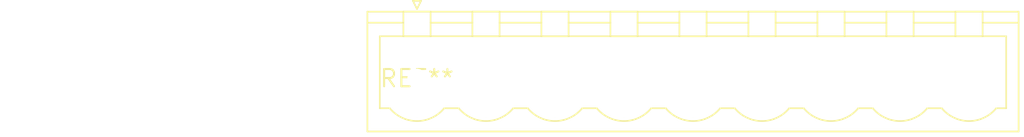
<source format=kicad_pcb>
(kicad_pcb (version 20240108) (generator pcbnew)
  (layers (0 "F.Cu" signal) (31 "B.Cu" signal) (34 "B.Paste" user) (35 "F.Paste" user) (36 "B.SilkS" user "B.Silkscreen") (37 "F.SilkS" user "F.Silkscreen") (38 "B.Mask" user) (39 "F.Mask" user) (44 "Edge.Cuts" user))
  (net 0 "")
  (footprint "PhoenixContact_MSTBVA_2,5_9-G-5,08_1x09_P5.08mm_Vertical" (layer "F.Cu") (at 0 0)
    (property "Reference" "REF**")
    (property "Value" "PhoenixContact_MSTBVA_2,5_9-G-5,08_1x09_P5.08mm_Vertical")
    (fp_line (start -3.65 -4.91) (end -3.65 3.91) (layer "F.SilkS") (stroke (width 0.12)))
    (fp_line (start -3.65 -4.1) (end -1.11 -4.1) (layer "F.SilkS") (stroke (width 0.12)))
    (fp_line (start -3.65 3.91) (end 44.29 3.91) (layer "F.SilkS") (stroke (width 0.12)))
    (fp_line (start -2.74 -3.1) (end 43.38 -3.1) (layer "F.SilkS") (stroke (width 0.12)))
    (fp_line (start -2.74 2.2) (end -2.74 -3.1) (layer "F.SilkS") (stroke (width 0.12)))
    (fp_line (start -2 2.2) (end -2.74 2.2) (layer "F.SilkS") (stroke (width 0.12)))
    (fp_line (start -1 -4.91) (end 1 -4.91) (layer "F.SilkS") (stroke (width 0.12)))
    (fp_line (start -1 -3.1) (end -1 -4.91) (layer "F.SilkS") (stroke (width 0.12)))
    (fp_line (start -0.3 -5.71) (end 0.3 -5.71) (layer "F.SilkS") (stroke (width 0.12)))
    (fp_line (start 0 -5.11) (end -0.3 -5.71) (layer "F.SilkS") (stroke (width 0.12)))
    (fp_line (start 0.3 -5.71) (end 0 -5.11) (layer "F.SilkS") (stroke (width 0.12)))
    (fp_line (start 1 -4.91) (end 1 -3.1) (layer "F.SilkS") (stroke (width 0.12)))
    (fp_line (start 1 -4.1) (end 4.08 -4.1) (layer "F.SilkS") (stroke (width 0.12)))
    (fp_line (start 1 -3.1) (end -1 -3.1) (layer "F.SilkS") (stroke (width 0.12)))
    (fp_line (start 2 2.2) (end 3.08 2.2) (layer "F.SilkS") (stroke (width 0.12)))
    (fp_line (start 4.08 -4.91) (end 6.08 -4.91) (layer "F.SilkS") (stroke (width 0.12)))
    (fp_line (start 4.08 -3.1) (end 4.08 -4.91) (layer "F.SilkS") (stroke (width 0.12)))
    (fp_line (start 6.08 -4.91) (end 6.08 -3.1) (layer "F.SilkS") (stroke (width 0.12)))
    (fp_line (start 6.08 -4.1) (end 9.16 -4.1) (layer "F.SilkS") (stroke (width 0.12)))
    (fp_line (start 6.08 -3.1) (end 4.08 -3.1) (layer "F.SilkS") (stroke (width 0.12)))
    (fp_line (start 7.08 2.2) (end 8.16 2.2) (layer "F.SilkS") (stroke (width 0.12)))
    (fp_line (start 9.16 -4.91) (end 11.16 -4.91) (layer "F.SilkS") (stroke (width 0.12)))
    (fp_line (start 9.16 -3.1) (end 9.16 -4.91) (layer "F.SilkS") (stroke (width 0.12)))
    (fp_line (start 11.16 -4.91) (end 11.16 -3.1) (layer "F.SilkS") (stroke (width 0.12)))
    (fp_line (start 11.16 -4.1) (end 14.24 -4.1) (layer "F.SilkS") (stroke (width 0.12)))
    (fp_line (start 11.16 -3.1) (end 9.16 -3.1) (layer "F.SilkS") (stroke (width 0.12)))
    (fp_line (start 12.16 2.2) (end 13.24 2.2) (layer "F.SilkS") (stroke (width 0.12)))
    (fp_line (start 14.24 -4.91) (end 16.24 -4.91) (layer "F.SilkS") (stroke (width 0.12)))
    (fp_line (start 14.24 -3.1) (end 14.24 -4.91) (layer "F.SilkS") (stroke (width 0.12)))
    (fp_line (start 16.24 -4.91) (end 16.24 -3.1) (layer "F.SilkS") (stroke (width 0.12)))
    (fp_line (start 16.24 -4.1) (end 19.32 -4.1) (layer "F.SilkS") (stroke (width 0.12)))
    (fp_line (start 16.24 -3.1) (end 14.24 -3.1) (layer "F.SilkS") (stroke (width 0.12)))
    (fp_line (start 17.24 2.2) (end 18.32 2.2) (layer "F.SilkS") (stroke (width 0.12)))
    (fp_line (start 19.32 -4.91) (end 21.32 -4.91) (layer "F.SilkS") (stroke (width 0.12)))
    (fp_line (start 19.32 -3.1) (end 19.32 -4.91) (layer "F.SilkS") (stroke (width 0.12)))
    (fp_line (start 21.32 -4.91) (end 21.32 -3.1) (layer "F.SilkS") (stroke (width 0.12)))
    (fp_line (start 21.32 -4.1) (end 24.4 -4.1) (layer "F.SilkS") (stroke (width 0.12)))
    (fp_line (start 21.32 -3.1) (end 19.32 -3.1) (layer "F.SilkS") (stroke (width 0.12)))
    (fp_line (start 22.32 2.2) (end 23.4 2.2) (layer "F.SilkS") (stroke (width 0.12)))
    (fp_line (start 24.4 -4.91) (end 26.4 -4.91) (layer "F.SilkS") (stroke (width 0.12)))
    (fp_line (start 24.4 -3.1) (end 24.4 -4.91) (layer "F.SilkS") (stroke (width 0.12)))
    (fp_line (start 26.4 -4.91) (end 26.4 -3.1) (layer "F.SilkS") (stroke (width 0.12)))
    (fp_line (start 26.4 -4.1) (end 29.48 -4.1) (layer "F.SilkS") (stroke (width 0.12)))
    (fp_line (start 26.4 -3.1) (end 24.4 -3.1) (layer "F.SilkS") (stroke (width 0.12)))
    (fp_line (start 27.4 2.2) (end 28.48 2.2) (layer "F.SilkS") (stroke (width 0.12)))
    (fp_line (start 29.48 -4.91) (end 31.48 -4.91) (layer "F.SilkS") (stroke (width 0.12)))
    (fp_line (start 29.48 -3.1) (end 29.48 -4.91) (layer "F.SilkS") (stroke (width 0.12)))
    (fp_line (start 31.48 -4.91) (end 31.48 -3.1) (layer "F.SilkS") (stroke (width 0.12)))
    (fp_line (start 31.48 -4.1) (end 34.56 -4.1) (layer "F.SilkS") (stroke (width 0.12)))
    (fp_line (start 31.48 -3.1) (end 29.48 -3.1) (layer "F.SilkS") (stroke (width 0.12)))
    (fp_line (start 32.48 2.2) (end 33.56 2.2) (layer "F.SilkS") (stroke (width 0.12)))
    (fp_line (start 34.56 -4.91) (end 36.56 -4.91) (layer "F.SilkS") (stroke (width 0.12)))
    (fp_line (start 34.56 -3.1) (end 34.56 -4.91) (layer "F.SilkS") (stroke (width 0.12)))
    (fp_line (start 36.56 -4.91) (end 36.56 -3.1) (layer "F.SilkS") (stroke (width 0.12)))
    (fp_line (start 36.56 -4.1) (end 39.64 -4.1) (layer "F.SilkS") (stroke (width 0.12)))
    (fp_line (start 36.56 -3.1) (end 34.56 -3.1) (layer "F.SilkS") (stroke (width 0.12)))
    (fp_line (start 37.56 2.2) (end 38.64 2.2) (layer "F.SilkS") (stroke (width 0.12)))
    (fp_line (start 39.64 -4.91) (end 41.64 -4.91) (layer "F.SilkS") (stroke (width 0.12)))
    (fp_line (start 39.64 -3.1) (end 39.64 -4.91) (layer "F.SilkS") (stroke (width 0.12)))
    (fp_line (start 41.64 -4.91) (end 41.64 -3.1) (layer "F.SilkS") (stroke (width 0.12)))
    (fp_line (start 41.64 -3.1) (end 39.64 -3.1) (layer "F.SilkS") (stroke (width 0.12)))
    (fp_line (start 43.38 -3.1) (end 43.38 2.2) (layer "F.SilkS") (stroke (width 0.12)))
    (fp_line (start 43.38 2.2) (end 42.64 2.2) (layer "F.SilkS") (stroke (width 0.12)))
    (fp_line (start 44.29 -4.91) (end -3.65 -4.91) (layer "F.SilkS") (stroke (width 0.12)))
    (fp_line (start 44.29 -4.1) (end 41.75 -4.1) (layer "F.SilkS") (stroke (width 0.12)))
    (fp_line (start 44.29 3.91) (end 44.29 -4.91) (layer "F.SilkS") (stroke (width 0.12)))
    (fp_arc (start 1.986842 2.215821) (mid -0.010289 3.142758) (end -2 2.2) (layer "F.SilkS") (stroke (width 0.12)))
    (fp_arc (start 7.066842 2.215821) (mid 5.069711 3.142758) (end 3.08 2.2) (layer "F.SilkS") (stroke (width 0.12)))
    (fp_arc (start 12.146842 2.215821) (mid 10.149711 3.142758) (end 8.16 2.2) (layer "F.SilkS") (stroke (width 0.12)))
    (fp_arc (start 17.226842 2.215821) (mid 15.229711 3.142758) (end 13.24 2.2) (layer "F.SilkS") (stroke (width 0.12)))
    (fp_arc (start 22.306842 2.215821) (mid 20.309711 3.142758) (end 18.32 2.2) (layer "F.SilkS") (stroke (width 0.12)))
    (fp_arc (start 27.386842 2.215821) (mid 25.389711 3.142758) (end 23.4 2.2) (layer "F.SilkS") (stroke (width 0.12)))
    (fp_arc (start 32.466842 2.215821) (mid 30.469711 3.142758) (end 28.48 2.2) (layer "F.SilkS") (stroke (width 0.12)))
    (fp_arc (start 37.546842 2.215821) (mid 35.549711 3.142758) (end 33.56 2.2) (layer "F.SilkS") (stroke (width 0.12)))
    (fp_arc (start 42.626842 2.215821) (mid 40.629711 3.142758) (end 38.64 2.2) (layer "F.SilkS") (stroke (width 0.12)))
    (pad "1" thru_hole roundrect (at 0 0) (size 2.08 3.6) (drill 1.4) (layers *.Cu *.Mask) (remove_unused_layers) (roundrect_rratio 0.120192))
    (pad "2" thru_hole oval (at 5.08 0) (size 2.08 3.6) (drill 1.4) (layers *.Cu *.Mask) (remove_unused_layers))
    (pad "3" thru_hole oval (at 10.16 0) (size 2.08 3.6) (drill 1.4) (layers *.Cu *.Mask) (remove_unused_layers))
    (pad "4" thru_hole oval (at 15.24 0) (size 2.08 3.6) (drill 1.4) (layers *.Cu *.Mask) (remove_unused_layers))
    (pad "5" thru_hole oval (at 20.32 0) (size 2.08 3.6) (drill 1.4) (layers *.Cu *.Mask) (remove_unused_layers))
    (pad "6" thru_hole oval (at 25.4 0) (size 2.08 3.6) (drill 1.4) (layers *.Cu *.Mask) (remove_unused_layers))
    (pad "7" thru_hole oval (at 30.48 0) (size 2.08 3.6) (drill 1.4) (layers *.Cu *.Mask) (remove_unused_layers))
    (pad "8" thru_hole oval (at 35.56 0) (size 2.08 3.6) (drill 1.4) (layers *.Cu *.Mask) (remove_unused_layers))
    (pad "9" thru_hole oval (at 40.64 0) (size 2.08 3.6) (drill 1.4) (layers *.Cu *.Mask) (remove_unused_layers))
  )
)
</source>
